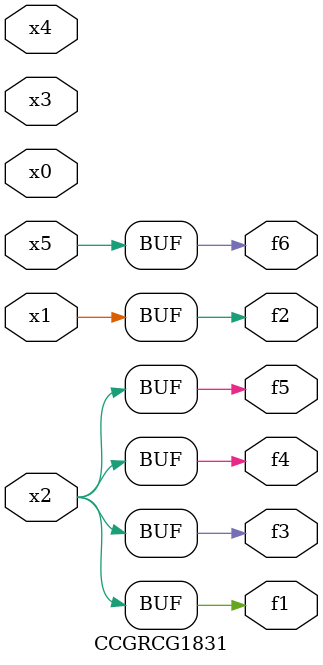
<source format=v>
module CCGRCG1831(
	input x0, x1, x2, x3, x4, x5,
	output f1, f2, f3, f4, f5, f6
);
	assign f1 = x2;
	assign f2 = x1;
	assign f3 = x2;
	assign f4 = x2;
	assign f5 = x2;
	assign f6 = x5;
endmodule

</source>
